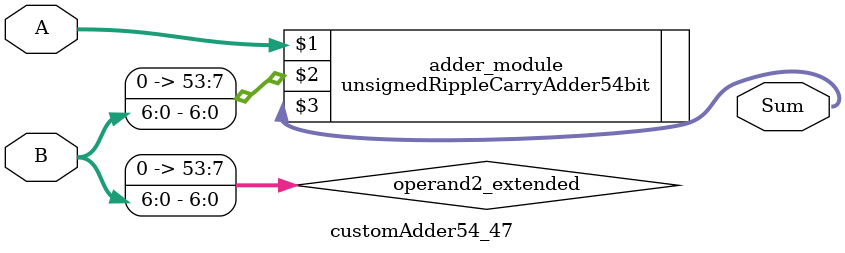
<source format=v>
module customAdder54_47(
                        input [53 : 0] A,
                        input [6 : 0] B,
                        
                        output [54 : 0] Sum
                );

        wire [53 : 0] operand2_extended;
        
        assign operand2_extended =  {47'b0, B};
        
        unsignedRippleCarryAdder54bit adder_module(
            A,
            operand2_extended,
            Sum
        );
        
        endmodule
        
</source>
